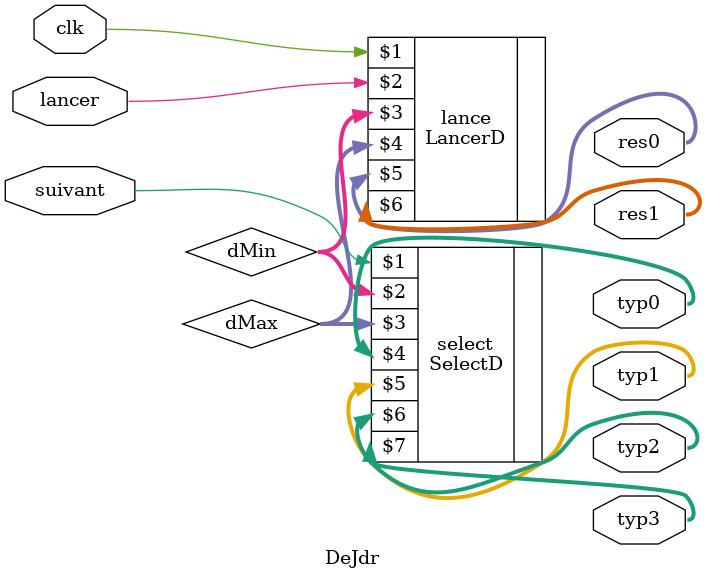
<source format=v>
module DeJdr(clk, suivant, lancer, typ0, typ1, typ2, typ3, res0, res1);

input clk;
input suivant;
input lancer;

output[6:0] typ0, typ1, typ2, typ3;
output[6:0] res0, res1;

wire[6:0] dMin;
wire[6:0] dMax;

SelectD select(suivant, dMin, dMax, typ0, typ1, typ2, typ3);
LancerD lance(clk, lancer, dMin, dMax, res0, res1);

endmodule

</source>
